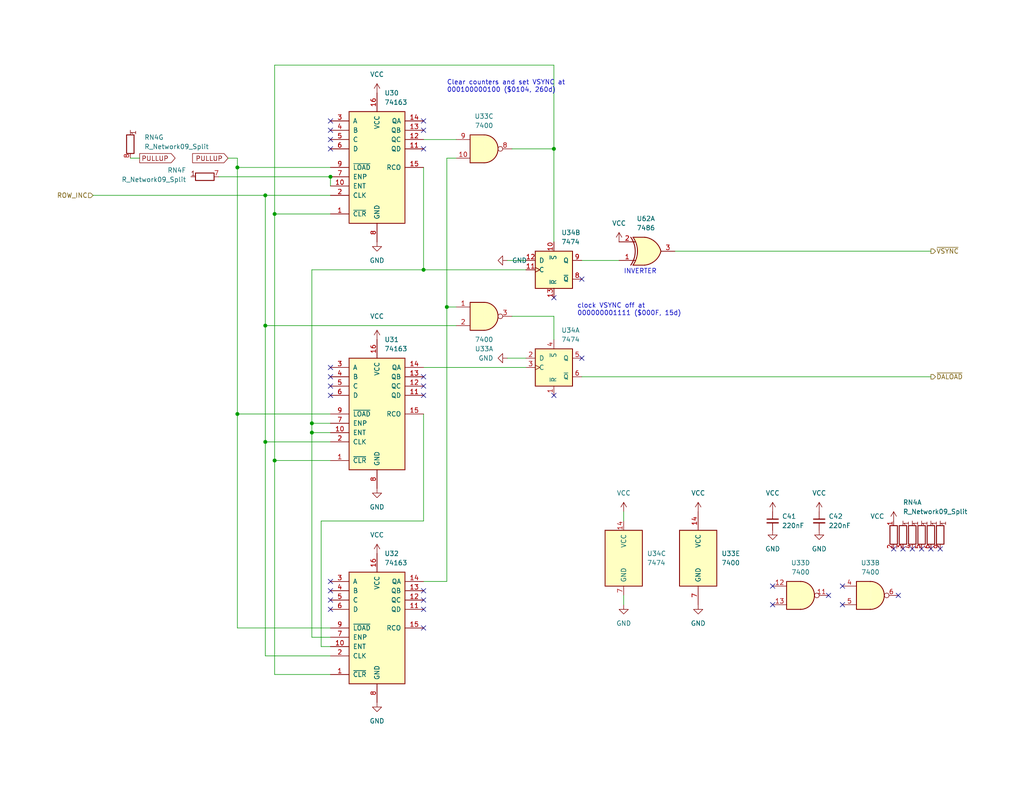
<source format=kicad_sch>
(kicad_sch (version 20230121) (generator eeschema)
  (paper "USLetter")
  (lib_symbols
    (symbol "74xx:74LS00" (pin_names (offset 1.016))
      (property "Reference" "U" (at 0 1.27 0))
      (property "Value" "74LS00" (at 0 -1.27 0))
      (symbol "74LS00_1_1"
        (arc (start 0 -3.81) (mid 3.7934 0) (end 0 3.81) (stroke (width 0.254)) (fill (type background)))
        (polyline (pts (xy 0 3.81) (xy -3.81 3.81) (xy -3.81 -3.81) (xy 0 -3.81)) (stroke (width 0.254)) (fill (type background)))
        (pin input line (at -7.62 2.54 0) (length 3.81) (name "~") (number "1"))
        (pin input line (at -7.62 -2.54 0) (length 3.81) (name "~") (number "2"))
        (pin output inverted (at 7.62 0 180) (length 3.81) (name "~") (number "3"))
      )
      (symbol "74LS00_1_2"
        (arc (start -3.81 -3.81) (mid -2.589 0) (end -3.81 3.81) (stroke (width 0.254)))
        (arc (start -0.6096 -3.81) (mid 2.1855 -2.584) (end 3.81 0) (stroke (width 0.254)) (fill (type background)))
        (polyline (pts (xy -3.81 -3.81) (xy -0.635 -3.81)) (stroke (width 0.254)) (fill (type background)))
        (polyline (pts (xy -3.81 3.81) (xy -0.635 3.81)) (stroke (width 0.254)) (fill (type background)))
        (polyline (pts (xy -0.635 3.81) (xy -3.81 3.81) (xy -3.81 3.81) (xy -3.556 3.4036) (xy -3.0226 2.2606) (xy -2.6924 1.0414) (xy -2.6162 -0.254) (xy -2.7686 -1.4986) (xy -3.175 -2.7178) (xy -3.81 -3.81) (xy -3.81 -3.81) (xy -0.635 -3.81)) (stroke (width -25.4)) (fill (type background)))
        (arc (start 3.81 0) (mid 2.1928 2.5925) (end -0.6096 3.81) (stroke (width 0.254)) (fill (type background)))
        (pin input inverted (at -7.62 2.54 0) (length 4.318) (name "~") (number "1"))
        (pin input inverted (at -7.62 -2.54 0) (length 4.318) (name "~") (number "2"))
        (pin output line (at 7.62 0 180) (length 3.81) (name "~") (number "3"))
      )
      (symbol "74LS00_2_1"
        (arc (start 0 -3.81) (mid 3.7934 0) (end 0 3.81) (stroke (width 0.254)) (fill (type background)))
        (polyline (pts (xy 0 3.81) (xy -3.81 3.81) (xy -3.81 -3.81) (xy 0 -3.81)) (stroke (width 0.254)) (fill (type background)))
        (pin input line (at -7.62 2.54 0) (length 3.81) (name "~") (number "4"))
        (pin input line (at -7.62 -2.54 0) (length 3.81) (name "~") (number "5"))
        (pin output inverted (at 7.62 0 180) (length 3.81) (name "~") (number "6"))
      )
      (symbol "74LS00_2_2"
        (arc (start -3.81 -3.81) (mid -2.589 0) (end -3.81 3.81) (stroke (width 0.254)))
        (arc (start -0.6096 -3.81) (mid 2.1855 -2.584) (end 3.81 0) (stroke (width 0.254)) (fill (type background)))
        (polyline (pts (xy -3.81 -3.81) (xy -0.635 -3.81)) (stroke (width 0.254)) (fill (type background)))
        (polyline (pts (xy -3.81 3.81) (xy -0.635 3.81)) (stroke (width 0.254)) (fill (type background)))
        (polyline (pts (xy -0.635 3.81) (xy -3.81 3.81) (xy -3.81 3.81) (xy -3.556 3.4036) (xy -3.0226 2.2606) (xy -2.6924 1.0414) (xy -2.6162 -0.254) (xy -2.7686 -1.4986) (xy -3.175 -2.7178) (xy -3.81 -3.81) (xy -3.81 -3.81) (xy -0.635 -3.81)) (stroke (width -25.4)) (fill (type background)))
        (arc (start 3.81 0) (mid 2.1928 2.5925) (end -0.6096 3.81) (stroke (width 0.254)) (fill (type background)))
        (pin input inverted (at -7.62 2.54 0) (length 4.318) (name "~") (number "4"))
        (pin input inverted (at -7.62 -2.54 0) (length 4.318) (name "~") (number "5"))
        (pin output line (at 7.62 0 180) (length 3.81) (name "~") (number "6"))
      )
      (symbol "74LS00_3_1"
        (arc (start 0 -3.81) (mid 3.7934 0) (end 0 3.81) (stroke (width 0.254)) (fill (type background)))
        (polyline (pts (xy 0 3.81) (xy -3.81 3.81) (xy -3.81 -3.81) (xy 0 -3.81)) (stroke (width 0.254)) (fill (type background)))
        (pin input line (at -7.62 -2.54 0) (length 3.81) (name "~") (number "10"))
        (pin output inverted (at 7.62 0 180) (length 3.81) (name "~") (number "8"))
        (pin input line (at -7.62 2.54 0) (length 3.81) (name "~") (number "9"))
      )
      (symbol "74LS00_3_2"
        (arc (start -3.81 -3.81) (mid -2.589 0) (end -3.81 3.81) (stroke (width 0.254)))
        (arc (start -0.6096 -3.81) (mid 2.1855 -2.584) (end 3.81 0) (stroke (width 0.254)) (fill (type background)))
        (polyline (pts (xy -3.81 -3.81) (xy -0.635 -3.81)) (stroke (width 0.254)) (fill (type background)))
        (polyline (pts (xy -3.81 3.81) (xy -0.635 3.81)) (stroke (width 0.254)) (fill (type background)))
        (polyline (pts (xy -0.635 3.81) (xy -3.81 3.81) (xy -3.81 3.81) (xy -3.556 3.4036) (xy -3.0226 2.2606) (xy -2.6924 1.0414) (xy -2.6162 -0.254) (xy -2.7686 -1.4986) (xy -3.175 -2.7178) (xy -3.81 -3.81) (xy -3.81 -3.81) (xy -0.635 -3.81)) (stroke (width -25.4)) (fill (type background)))
        (arc (start 3.81 0) (mid 2.1928 2.5925) (end -0.6096 3.81) (stroke (width 0.254)) (fill (type background)))
        (pin input inverted (at -7.62 -2.54 0) (length 4.318) (name "~") (number "10"))
        (pin output line (at 7.62 0 180) (length 3.81) (name "~") (number "8"))
        (pin input inverted (at -7.62 2.54 0) (length 4.318) (name "~") (number "9"))
      )
      (symbol "74LS00_4_1"
        (arc (start 0 -3.81) (mid 3.7934 0) (end 0 3.81) (stroke (width 0.254)) (fill (type background)))
        (polyline (pts (xy 0 3.81) (xy -3.81 3.81) (xy -3.81 -3.81) (xy 0 -3.81)) (stroke (width 0.254)) (fill (type background)))
        (pin output inverted (at 7.62 0 180) (length 3.81) (name "~") (number "11"))
        (pin input line (at -7.62 2.54 0) (length 3.81) (name "~") (number "12"))
        (pin input line (at -7.62 -2.54 0) (length 3.81) (name "~") (number "13"))
      )
      (symbol "74LS00_4_2"
        (arc (start -3.81 -3.81) (mid -2.589 0) (end -3.81 3.81) (stroke (width 0.254)))
        (arc (start -0.6096 -3.81) (mid 2.1855 -2.584) (end 3.81 0) (stroke (width 0.254)) (fill (type background)))
        (polyline (pts (xy -3.81 -3.81) (xy -0.635 -3.81)) (stroke (width 0.254)) (fill (type background)))
        (polyline (pts (xy -3.81 3.81) (xy -0.635 3.81)) (stroke (width 0.254)) (fill (type background)))
        (polyline (pts (xy -0.635 3.81) (xy -3.81 3.81) (xy -3.81 3.81) (xy -3.556 3.4036) (xy -3.0226 2.2606) (xy -2.6924 1.0414) (xy -2.6162 -0.254) (xy -2.7686 -1.4986) (xy -3.175 -2.7178) (xy -3.81 -3.81) (xy -3.81 -3.81) (xy -0.635 -3.81)) (stroke (width -25.4)) (fill (type background)))
        (arc (start 3.81 0) (mid 2.1928 2.5925) (end -0.6096 3.81) (stroke (width 0.254)) (fill (type background)))
        (pin output line (at 7.62 0 180) (length 3.81) (name "~") (number "11"))
        (pin input inverted (at -7.62 2.54 0) (length 4.318) (name "~") (number "12"))
        (pin input inverted (at -7.62 -2.54 0) (length 4.318) (name "~") (number "13"))
      )
      (symbol "74LS00_5_0"
        (pin power_in line (at 0 12.7 270) (length 5.08) (name "VCC") (number "14"))
        (pin power_in line (at 0 -12.7 90) (length 5.08) (name "GND") (number "7"))
      )
      (symbol "74LS00_5_1"
        (rectangle (start -5.08 7.62) (end 5.08 -7.62) (stroke (width 0.254)) (fill (type background)))
      )
    )
    (symbol "74xx:74LS74" (pin_names (offset 1.016))
      (property "Reference" "U" (at -7.62 8.89 0))
      (property "Value" "74LS74" (at -7.62 -8.89 0))
      (symbol "74LS74_1_0"
        (pin input line (at 0 -7.62 90) (length 2.54) (name "~{R}") (number "1"))
        (pin input line (at -7.62 2.54 0) (length 2.54) (name "D") (number "2"))
        (pin input clock (at -7.62 0 0) (length 2.54) (name "C") (number "3"))
        (pin input line (at 0 7.62 270) (length 2.54) (name "~{S}") (number "4"))
        (pin output line (at 7.62 2.54 180) (length 2.54) (name "Q") (number "5"))
        (pin output line (at 7.62 -2.54 180) (length 2.54) (name "~{Q}") (number "6"))
      )
      (symbol "74LS74_1_1"
        (rectangle (start -5.08 5.08) (end 5.08 -5.08) (stroke (width 0.254)) (fill (type background)))
      )
      (symbol "74LS74_2_0"
        (pin input line (at 0 7.62 270) (length 2.54) (name "~{S}") (number "10"))
        (pin input clock (at -7.62 0 0) (length 2.54) (name "C") (number "11"))
        (pin input line (at -7.62 2.54 0) (length 2.54) (name "D") (number "12"))
        (pin input line (at 0 -7.62 90) (length 2.54) (name "~{R}") (number "13"))
        (pin output line (at 7.62 -2.54 180) (length 2.54) (name "~{Q}") (number "8"))
        (pin output line (at 7.62 2.54 180) (length 2.54) (name "Q") (number "9"))
      )
      (symbol "74LS74_2_1"
        (rectangle (start -5.08 5.08) (end 5.08 -5.08) (stroke (width 0.254)) (fill (type background)))
      )
      (symbol "74LS74_3_0"
        (pin power_in line (at 0 10.16 270) (length 2.54) (name "VCC") (number "14"))
        (pin power_in line (at 0 -10.16 90) (length 2.54) (name "GND") (number "7"))
      )
      (symbol "74LS74_3_1"
        (rectangle (start -5.08 7.62) (end 5.08 -7.62) (stroke (width 0.254)) (fill (type background)))
      )
    )
    (symbol "74xx:74LS86" (pin_names (offset 1.016))
      (property "Reference" "U" (at 0 1.27 0))
      (property "Value" "74LS86" (at 0 -1.27 0))
      (symbol "74LS86_1_0"
        (arc (start -4.4196 -3.81) (mid -3.2033 0) (end -4.4196 3.81) (stroke (width 0.254)))
        (arc (start -3.81 -3.81) (mid -2.589 0) (end -3.81 3.81) (stroke (width 0.254)))
        (arc (start -0.6096 -3.81) (mid 2.1855 -2.584) (end 3.81 0) (stroke (width 0.254)) (fill (type background)))
        (polyline (pts (xy -3.81 -3.81) (xy -0.635 -3.81)) (stroke (width 0.254)) (fill (type background)))
        (polyline (pts (xy -3.81 3.81) (xy -0.635 3.81)) (stroke (width 0.254)) (fill (type background)))
        (polyline (pts (xy -0.635 3.81) (xy -3.81 3.81) (xy -3.81 3.81) (xy -3.556 3.4036) (xy -3.0226 2.2606) (xy -2.6924 1.0414) (xy -2.6162 -0.254) (xy -2.7686 -1.4986) (xy -3.175 -2.7178) (xy -3.81 -3.81) (xy -3.81 -3.81) (xy -0.635 -3.81)) (stroke (width -25.4)) (fill (type background)))
        (arc (start 3.81 0) (mid 2.1928 2.5925) (end -0.6096 3.81) (stroke (width 0.254)) (fill (type background)))
        (pin input line (at -7.62 2.54 0) (length 4.445) (name "~") (number "1"))
        (pin input line (at -7.62 -2.54 0) (length 4.445) (name "~") (number "2"))
        (pin output line (at 7.62 0 180) (length 3.81) (name "~") (number "3"))
      )
      (symbol "74LS86_1_1"
        (polyline (pts (xy -3.81 -2.54) (xy -3.175 -2.54)) (stroke (width 0.1524)))
        (polyline (pts (xy -3.81 2.54) (xy -3.175 2.54)) (stroke (width 0.1524)))
      )
      (symbol "74LS86_2_0"
        (arc (start -4.4196 -3.81) (mid -3.2033 0) (end -4.4196 3.81) (stroke (width 0.254)))
        (arc (start -3.81 -3.81) (mid -2.589 0) (end -3.81 3.81) (stroke (width 0.254)))
        (arc (start -0.6096 -3.81) (mid 2.1855 -2.584) (end 3.81 0) (stroke (width 0.254)) (fill (type background)))
        (polyline (pts (xy -3.81 -3.81) (xy -0.635 -3.81)) (stroke (width 0.254)) (fill (type background)))
        (polyline (pts (xy -3.81 3.81) (xy -0.635 3.81)) (stroke (width 0.254)) (fill (type background)))
        (polyline (pts (xy -0.635 3.81) (xy -3.81 3.81) (xy -3.81 3.81) (xy -3.556 3.4036) (xy -3.0226 2.2606) (xy -2.6924 1.0414) (xy -2.6162 -0.254) (xy -2.7686 -1.4986) (xy -3.175 -2.7178) (xy -3.81 -3.81) (xy -3.81 -3.81) (xy -0.635 -3.81)) (stroke (width -25.4)) (fill (type background)))
        (arc (start 3.81 0) (mid 2.1928 2.5925) (end -0.6096 3.81) (stroke (width 0.254)) (fill (type background)))
        (pin input line (at -7.62 2.54 0) (length 4.445) (name "~") (number "4"))
        (pin input line (at -7.62 -2.54 0) (length 4.445) (name "~") (number "5"))
        (pin output line (at 7.62 0 180) (length 3.81) (name "~") (number "6"))
      )
      (symbol "74LS86_2_1"
        (polyline (pts (xy -3.81 -2.54) (xy -3.175 -2.54)) (stroke (width 0.1524)))
        (polyline (pts (xy -3.81 2.54) (xy -3.175 2.54)) (stroke (width 0.1524)))
      )
      (symbol "74LS86_3_0"
        (arc (start -4.4196 -3.81) (mid -3.2033 0) (end -4.4196 3.81) (stroke (width 0.254)))
        (arc (start -3.81 -3.81) (mid -2.589 0) (end -3.81 3.81) (stroke (width 0.254)))
        (arc (start -0.6096 -3.81) (mid 2.1855 -2.584) (end 3.81 0) (stroke (width 0.254)) (fill (type background)))
        (polyline (pts (xy -3.81 -3.81) (xy -0.635 -3.81)) (stroke (width 0.254)) (fill (type background)))
        (polyline (pts (xy -3.81 3.81) (xy -0.635 3.81)) (stroke (width 0.254)) (fill (type background)))
        (polyline (pts (xy -0.635 3.81) (xy -3.81 3.81) (xy -3.81 3.81) (xy -3.556 3.4036) (xy -3.0226 2.2606) (xy -2.6924 1.0414) (xy -2.6162 -0.254) (xy -2.7686 -1.4986) (xy -3.175 -2.7178) (xy -3.81 -3.81) (xy -3.81 -3.81) (xy -0.635 -3.81)) (stroke (width -25.4)) (fill (type background)))
        (arc (start 3.81 0) (mid 2.1928 2.5925) (end -0.6096 3.81) (stroke (width 0.254)) (fill (type background)))
        (pin input line (at -7.62 -2.54 0) (length 4.445) (name "~") (number "10"))
        (pin output line (at 7.62 0 180) (length 3.81) (name "~") (number "8"))
        (pin input line (at -7.62 2.54 0) (length 4.445) (name "~") (number "9"))
      )
      (symbol "74LS86_3_1"
        (polyline (pts (xy -3.81 -2.54) (xy -3.175 -2.54)) (stroke (width 0.1524)))
        (polyline (pts (xy -3.81 2.54) (xy -3.175 2.54)) (stroke (width 0.1524)))
      )
      (symbol "74LS86_4_0"
        (arc (start -4.4196 -3.81) (mid -3.2033 0) (end -4.4196 3.81) (stroke (width 0.254)))
        (arc (start -3.81 -3.81) (mid -2.589 0) (end -3.81 3.81) (stroke (width 0.254)))
        (arc (start -0.6096 -3.81) (mid 2.1855 -2.584) (end 3.81 0) (stroke (width 0.254)) (fill (type background)))
        (polyline (pts (xy -3.81 -3.81) (xy -0.635 -3.81)) (stroke (width 0.254)) (fill (type background)))
        (polyline (pts (xy -3.81 3.81) (xy -0.635 3.81)) (stroke (width 0.254)) (fill (type background)))
        (polyline (pts (xy -0.635 3.81) (xy -3.81 3.81) (xy -3.81 3.81) (xy -3.556 3.4036) (xy -3.0226 2.2606) (xy -2.6924 1.0414) (xy -2.6162 -0.254) (xy -2.7686 -1.4986) (xy -3.175 -2.7178) (xy -3.81 -3.81) (xy -3.81 -3.81) (xy -0.635 -3.81)) (stroke (width -25.4)) (fill (type background)))
        (arc (start 3.81 0) (mid 2.1928 2.5925) (end -0.6096 3.81) (stroke (width 0.254)) (fill (type background)))
        (pin output line (at 7.62 0 180) (length 3.81) (name "~") (number "11"))
        (pin input line (at -7.62 2.54 0) (length 4.445) (name "~") (number "12"))
        (pin input line (at -7.62 -2.54 0) (length 4.445) (name "~") (number "13"))
      )
      (symbol "74LS86_4_1"
        (polyline (pts (xy -3.81 -2.54) (xy -3.175 -2.54)) (stroke (width 0.1524)))
        (polyline (pts (xy -3.81 2.54) (xy -3.175 2.54)) (stroke (width 0.1524)))
      )
      (symbol "74LS86_5_0"
        (pin power_in line (at 0 12.7 270) (length 5.08) (name "VCC") (number "14"))
        (pin power_in line (at 0 -12.7 90) (length 5.08) (name "GND") (number "7"))
      )
      (symbol "74LS86_5_1"
        (rectangle (start -5.08 7.62) (end 5.08 -7.62) (stroke (width 0.254)) (fill (type background)))
      )
    )
    (symbol "Device:C_Small" (pin_numbers hide) (pin_names (offset 0.254) hide)
      (property "Reference" "C" (at 0.254 1.778 0))
      (property "Value" "C_Small" (at 0.254 -2.032 0))
      (symbol "C_Small_0_1"
        (polyline (pts (xy -1.524 -0.508) (xy 1.524 -0.508)) (stroke (width 0.3302)))
        (polyline (pts (xy -1.524 0.508) (xy 1.524 0.508)) (stroke (width 0.3048)))
      )
      (symbol "C_Small_1_1"
        (pin passive line (at 0 2.54 270) (length 2.032) (name "~") (number "1"))
        (pin passive line (at 0 -2.54 90) (length 2.032) (name "~") (number "2"))
      )
    )
    (symbol "Device:R_Network09_Split" (pin_names (offset 0) hide)
      (property "Reference" "RN" (at 2.032 0 90))
      (property "Value" "R_Network09_Split" (at 0 0 90))
      (symbol "R_Network09_Split_0_1"
        (rectangle (start 1.016 2.54) (end -1.016 -2.54) (stroke (width 0.254)))
      )
      (symbol "R_Network09_Split_1_1"
        (pin passive line (at 0 3.81 270) (length 1.27) (name "R1.1") (number "1"))
        (pin passive line (at 0 -3.81 90) (length 1.27) (name "R1.2") (number "2"))
      )
      (symbol "R_Network09_Split_2_1"
        (polyline (pts (xy 0 2.54) (xy 0 3.81)))
        (text "1" (at 0.889 3.175 900) (effects (font (size 1.27 1.27))))
        (pin passive line (at 0 -3.81 90) (length 1.27) (name "R2.2") (number "3"))
      )
      (symbol "R_Network09_Split_3_1"
        (polyline (pts (xy 0 2.54) (xy 0 3.81)))
        (text "1" (at 0.889 3.175 900) (effects (font (size 1.27 1.27))))
        (pin passive line (at 0 -3.81 90) (length 1.27) (name "R3.2") (number "4"))
      )
      (symbol "R_Network09_Split_4_1"
        (polyline (pts (xy 0 2.54) (xy 0 3.81)))
        (text "1" (at 0.889 3.175 900) (effects (font (size 1.27 1.27))))
        (pin passive line (at 0 -3.81 90) (length 1.27) (name "R4.2") (number "5"))
      )
      (symbol "R_Network09_Split_5_1"
        (polyline (pts (xy 0 2.54) (xy 0 3.81)))
        (text "1" (at 0.889 3.175 900) (effects (font (size 1.27 1.27))))
        (pin passive line (at 0 -3.81 90) (length 1.27) (name "R5.2") (number "6"))
      )
      (symbol "R_Network09_Split_6_1"
        (polyline (pts (xy 0 2.54) (xy 0 3.81)))
        (text "1" (at 0.889 3.175 900) (effects (font (size 1.27 1.27))))
        (pin passive line (at 0 -3.81 90) (length 1.27) (name "R6.2") (number "7"))
      )
      (symbol "R_Network09_Split_7_1"
        (polyline (pts (xy 0 2.54) (xy 0 3.81)))
        (text "1" (at 0.889 3.175 900) (effects (font (size 1.27 1.27))))
        (pin passive line (at 0 -3.81 90) (length 1.27) (name "R7.2") (number "8"))
      )
      (symbol "R_Network09_Split_8_1"
        (polyline (pts (xy 0 2.54) (xy 0 3.81)))
        (text "1" (at 0.889 3.175 900) (effects (font (size 1.27 1.27))))
        (pin passive line (at 0 -3.81 90) (length 1.27) (name "R8.2") (number "9"))
      )
      (symbol "R_Network09_Split_9_1"
        (polyline (pts (xy 0 2.54) (xy 0 3.81)))
        (text "1" (at 0.889 3.175 900) (effects (font (size 1.27 1.27))))
        (pin passive line (at 0 -3.81 90) (length 1.27) (name "R9.2") (number "10"))
      )
    )
    (symbol "ambassador:74163" (pin_names (offset 1.016))
      (property "Reference" "U" (at -7.62 16.51 0))
      (property "Value" "74163" (at -7.62 -16.51 0))
      (symbol "74163_1_0"
        (pin input line (at -12.7 -12.7 0) (length 5.08) (name "~{CLR}") (number "1"))
        (pin input line (at -12.7 -5.08 0) (length 5.08) (name "ENT") (number "10"))
        (pin output line (at 12.7 5.08 180) (length 5.08) (name "QD") (number "11"))
        (pin output line (at 12.7 7.62 180) (length 5.08) (name "QC") (number "12"))
        (pin output line (at 12.7 10.16 180) (length 5.08) (name "QB") (number "13"))
        (pin output line (at 12.7 12.7 180) (length 5.08) (name "QA") (number "14"))
        (pin output line (at 12.7 0 180) (length 5.08) (name "RCO") (number "15"))
        (pin power_in line (at 0 20.32 270) (length 5.08) (name "VCC") (number "16"))
        (pin input line (at -12.7 -7.62 0) (length 5.08) (name "CLK") (number "2"))
        (pin input line (at -12.7 12.7 0) (length 5.08) (name "A") (number "3"))
        (pin input line (at -12.7 10.16 0) (length 5.08) (name "B") (number "4"))
        (pin input line (at -12.7 7.62 0) (length 5.08) (name "C") (number "5"))
        (pin input line (at -12.7 5.08 0) (length 5.08) (name "D") (number "6"))
        (pin input line (at -12.7 -2.54 0) (length 5.08) (name "ENP") (number "7"))
        (pin power_in line (at 0 -20.32 90) (length 5.08) (name "GND") (number "8"))
        (pin input line (at -12.7 0 0) (length 5.08) (name "~{LOAD}") (number "9"))
      )
      (symbol "74163_1_1"
        (rectangle (start -7.62 15.24) (end 7.62 -15.24) (stroke (width 0.254)) (fill (type background)))
      )
    )
    (symbol "power:GND" (power) (pin_names (offset 0))
      (property "Value" "GND" (at 0 -3.81 0))
      (symbol "GND_0_1"
        (polyline (pts (xy 0 0) (xy 0 -1.27) (xy 1.27 -1.27) (xy 0 -2.54) (xy -1.27 -1.27) (xy 0 -1.27)))
      )
      (symbol "GND_1_1"
        (pin power_in line (at 0 0 270) (length 0) hide (name "GND") (number "1"))
      )
    )
    (symbol "power:VCC" (power) (pin_names (offset 0))
      (property "Value" "VCC" (at 0 3.81 0))
      (symbol "VCC_0_1"
        (polyline (pts (xy -0.762 1.27) (xy 0 2.54)))
        (polyline (pts (xy 0 0) (xy 0 2.54)))
        (polyline (pts (xy 0 2.54) (xy 0.762 1.27)))
      )
      (symbol "VCC_1_1"
        (pin power_in line (at 0 0 90) (length 0) hide (name "VCC") (number "1"))
      )
    )
  )
  (junction (at 121.92 83.82))
  (junction (at 151.13 40.64))
  (junction (at 64.77 45.72))
  (junction (at 85.09 118.11))
  (junction (at 90.17 48.26))
  (junction (at 74.93 58.42))
  (junction (at 72.39 120.65))
  (junction (at 115.57 73.66))
  (junction (at 64.77 113.03))
  (junction (at 72.39 53.34))
  (junction (at 85.09 115.57))
  (junction (at 72.39 88.9))
  (junction (at 74.93 125.73))
  (no_connect (at 115.57 33.02))
  (no_connect (at 115.57 35.56))
  (no_connect (at 115.57 40.64))
  (no_connect (at 210.82 160.02))
  (no_connect (at 210.82 165.1))
  (no_connect (at 151.13 81.28))
  (no_connect (at 158.75 76.2))
  (no_connect (at 151.13 107.95))
  (no_connect (at 158.75 97.79))
  (no_connect (at 226.06 162.56))
  (no_connect (at 245.11 162.56))
  (no_connect (at 229.87 160.02))
  (no_connect (at 229.87 165.1))
  (no_connect (at 90.17 158.75))
  (no_connect (at 90.17 163.83))
  (no_connect (at 90.17 166.37))
  (no_connect (at 90.17 161.29))
  (no_connect (at 115.57 161.29))
  (no_connect (at 115.57 163.83))
  (no_connect (at 115.57 171.45))
  (no_connect (at 115.57 166.37))
  (no_connect (at 115.57 102.87))
  (no_connect (at 90.17 35.56))
  (no_connect (at 90.17 38.1))
  (no_connect (at 90.17 33.02))
  (no_connect (at 90.17 40.64))
  (no_connect (at 90.17 102.87))
  (no_connect (at 90.17 100.33))
  (no_connect (at 90.17 105.41))
  (no_connect (at 90.17 107.95))
  (no_connect (at 115.57 107.95))
  (no_connect (at 243.84 149.86))
  (no_connect (at 246.38 149.86))
  (no_connect (at 254 149.86))
  (no_connect (at 251.46 149.86))
  (no_connect (at 115.57 105.41))
  (no_connect (at 256.54 149.86))
  (no_connect (at 248.92 149.86))
  (wire (pts (xy 74.93 58.42) (xy 74.93 125.73)))
  (wire (pts (xy 121.92 43.18) (xy 121.92 83.82)))
  (wire (pts (xy 158.75 71.12) (xy 168.91 71.12)))
  (wire (pts (xy 74.93 125.73) (xy 90.17 125.73)))
  (wire (pts (xy 85.09 118.11) (xy 85.09 173.99)))
  (wire (pts (xy 38.1 43.18) (xy 35.56 43.18)))
  (wire (pts (xy 124.46 43.18) (xy 121.92 43.18)))
  (wire (pts (xy 151.13 40.64) (xy 151.13 17.78)))
  (wire (pts (xy 143.51 100.33) (xy 115.57 100.33)))
  (wire (pts (xy 85.09 115.57) (xy 90.17 115.57)))
  (wire (pts (xy 64.77 45.72) (xy 64.77 113.03)))
  (wire (pts (xy 90.17 58.42) (xy 74.93 58.42)))
  (wire (pts (xy 115.57 158.75) (xy 121.92 158.75)))
  (wire (pts (xy 139.7 40.64) (xy 151.13 40.64)))
  (wire (pts (xy 62.23 43.18) (xy 64.77 43.18)))
  (wire (pts (xy 25.4 53.34) (xy 72.39 53.34)))
  (wire (pts (xy 72.39 179.07) (xy 90.17 179.07)))
  (wire (pts (xy 170.18 165.1) (xy 170.18 162.56)))
  (wire (pts (xy 115.57 73.66) (xy 85.09 73.66)))
  (wire (pts (xy 74.93 184.15) (xy 90.17 184.15)))
  (wire (pts (xy 151.13 40.64) (xy 151.13 66.04)))
  (wire (pts (xy 151.13 17.78) (xy 74.93 17.78)))
  (wire (pts (xy 72.39 88.9) (xy 72.39 120.65)))
  (wire (pts (xy 151.13 86.36) (xy 151.13 92.71)))
  (wire (pts (xy 115.57 45.72) (xy 115.57 73.66)))
  (wire (pts (xy 64.77 45.72) (xy 90.17 45.72)))
  (wire (pts (xy 254 68.58) (xy 184.15 68.58)))
  (wire (pts (xy 59.69 48.26) (xy 90.17 48.26)))
  (wire (pts (xy 72.39 53.34) (xy 72.39 88.9)))
  (wire (pts (xy 64.77 113.03) (xy 90.17 113.03)))
  (wire (pts (xy 90.17 173.99) (xy 85.09 173.99)))
  (wire (pts (xy 151.13 86.36) (xy 139.7 86.36)))
  (wire (pts (xy 124.46 83.82) (xy 121.92 83.82)))
  (wire (pts (xy 170.18 139.7) (xy 170.18 142.24)))
  (wire (pts (xy 90.17 171.45) (xy 64.77 171.45)))
  (wire (pts (xy 87.63 176.53) (xy 90.17 176.53)))
  (wire (pts (xy 121.92 83.82) (xy 121.92 158.75)))
  (wire (pts (xy 90.17 48.26) (xy 90.17 50.8)))
  (wire (pts (xy 74.93 17.78) (xy 74.93 58.42)))
  (wire (pts (xy 115.57 113.03) (xy 115.57 142.24)))
  (wire (pts (xy 143.51 73.66) (xy 115.57 73.66)))
  (wire (pts (xy 85.09 73.66) (xy 85.09 115.57)))
  (wire (pts (xy 72.39 120.65) (xy 72.39 179.07)))
  (wire (pts (xy 64.77 171.45) (xy 64.77 113.03)))
  (wire (pts (xy 64.77 43.18) (xy 64.77 45.72)))
  (wire (pts (xy 115.57 142.24) (xy 87.63 142.24)))
  (wire (pts (xy 138.43 97.79) (xy 143.51 97.79)))
  (wire (pts (xy 85.09 118.11) (xy 90.17 118.11)))
  (wire (pts (xy 87.63 142.24) (xy 87.63 176.53)))
  (wire (pts (xy 115.57 38.1) (xy 124.46 38.1)))
  (wire (pts (xy 72.39 120.65) (xy 90.17 120.65)))
  (wire (pts (xy 124.46 88.9) (xy 72.39 88.9)))
  (wire (pts (xy 74.93 125.73) (xy 74.93 184.15)))
  (wire (pts (xy 90.17 53.34) (xy 72.39 53.34)))
  (wire (pts (xy 158.75 102.87) (xy 254 102.87)))
  (wire (pts (xy 85.09 115.57) (xy 85.09 118.11)))
  (wire (pts (xy 138.43 71.12) (xy 143.51 71.12)))
  (text "INVERTER" (at 170.18 74.93 0) (effects (font (size 1.27 1.27)) (justify left bottom)))
  (text "Clear counters and set VSYNC at\n000100000100 ($0104, 260d)" (at 121.92 25.4 0) (effects (font (size 1.27 1.27)) (justify left bottom)))
  (text "clock VSYNC off at\n000000001111 ($000F, 15d)" (at 157.48 86.36 0) (effects (font (size 1.27 1.27)) (justify left bottom)))
  (global_label "PULLUP" (shape input) (at 62.23 43.18 180) (property "Intersheetrefs" "${INTERSHEET_REFS}" (effects hide)))
  (global_label "PULLUP" (shape output) (at 38.1 43.18 0) (property "Intersheetrefs" "${INTERSHEET_REFS}" (effects hide)))
  (hierarchical_label "~{VSYNC}" (shape output) (at 254 68.58 0))
  (hierarchical_label "~{DALOAD}" (shape output) (at 254 102.87 0))
  (hierarchical_label "ROW_INC" (shape input) (at 25.4 53.34 180))
  (symbol (lib_id "74xx:74LS00") (at 132.08 40.64 0) (unit 3)
    (property "Reference" "U33" (at 132.08 31.75 0))
    (property "Value" "7400" (at 132.08 34.29 0))
    (property "Footprint" "Package_DIP:DIP-14_W7.62mm" (effects hide))
    (property "Datasheet" "http://www.ti.com/lit/gpn/sn74ls00" (effects hide))
  )
  (symbol (lib_id "power:VCC") (at 102.87 25.4 0) (unit 1)
    (property "Reference" "#PWR0370" (effects hide))
    (property "Value" "VCC" (at 102.87 20.32 0))
  )
  (symbol (lib_id "power:GND") (at 190.5 165.1 0) (unit 1)
    (property "Reference" "#PWR0382" (effects hide))
    (property "Value" "GND" (at 190.5 170.18 0))
  )
  (symbol (lib_id "Device:R_Network09_Split") (at 55.88 48.26 90) (unit 6)
    (property "Reference" "RN4" (at 50.8 46.4866 90) (effects (justify left)))
    (property "Value" "R_Network09_Split" (at 50.8 49.0266 90) (effects (justify left)))
    (property "Footprint" "Resistor_THT:R_Array_SIP10" (effects hide))
    (property "Datasheet" "http://www.vishay.com/docs/31509/csc.pdf" (effects hide))
  )
  (symbol (lib_id "74xx:74LS86") (at 176.53 68.58 0) (mirror x) (unit 1)
    (property "Reference" "U62" (at 176.2252 59.69 0))
    (property "Value" "7486" (at 176.2252 62.23 0))
    (property "Footprint" "Package_DIP:DIP-14_W7.62mm" (effects hide))
    (property "Datasheet" "https://www.ti.com/lit/ds/symlink/sn74ls86a.pdf" (effects hide))
  )
  (symbol (lib_id "ambassador:74163") (at 102.87 113.03 0) (unit 1)
    (property "Reference" "U31" (at 104.8894 92.71 0) (effects (justify left)))
    (property "Value" "74163" (at 104.8894 95.25 0) (effects (justify left)))
    (property "Footprint" "Package_DIP:DIP-16_W7.62mm" (effects hide))
    (property "Datasheet" "https://www.ti.com/lit/ds/symlink/sn74s163.pdf" (effects hide))
  )
  (symbol (lib_id "74xx:74LS00") (at 132.08 86.36 0) (unit 1)
    (property "Reference" "U33" (at 132.08 95.25 0))
    (property "Value" "7400" (at 132.08 92.71 0))
    (property "Footprint" "Package_DIP:DIP-14_W7.62mm" (effects hide))
    (property "Datasheet" "http://www.ti.com/lit/gpn/sn74ls00" (effects hide))
  )
  (symbol (lib_id "power:VCC") (at 223.52 139.7 0) (unit 1)
    (property "Reference" "#PWR0377" (effects hide))
    (property "Value" "VCC" (at 223.52 134.62 0))
  )
  (symbol (lib_id "power:VCC") (at 170.18 139.7 0) (unit 1)
    (property "Reference" "#PWR0381" (effects hide))
    (property "Value" "VCC" (at 170.18 134.62 0))
  )
  (symbol (lib_id "Device:R_Network09_Split") (at 243.84 146.05 0) (unit 1)
    (property "Reference" "RN4" (at 246.38 137.16 0) (effects (justify left)))
    (property "Value" "R_Network09_Split" (at 246.38 139.7 0) (effects (justify left)))
    (property "Footprint" "Resistor_THT:R_Array_SIP10" (effects hide))
    (property "Datasheet" "http://www.vishay.com/docs/31509/csc.pdf" (effects hide))
  )
  (symbol (lib_id "power:GND") (at 210.82 144.78 0) (unit 1)
    (property "Reference" "#PWR0376" (effects hide))
    (property "Value" "GND" (at 210.82 149.86 0))
  )
  (symbol (lib_id "Device:R_Network09_Split") (at 256.54 146.05 0) (unit 8)
    (property "Reference" "RN4" (effects hide))
    (property "Value" "R_Network09_Split" (effects hide))
    (property "Footprint" "Resistor_THT:R_Array_SIP10" (effects hide))
    (property "Datasheet" "http://www.vishay.com/docs/31509/csc.pdf" (effects hide))
  )
  (symbol (lib_id "power:GND") (at 138.43 71.12 270) (unit 1)
    (property "Reference" "#PWR0383" (effects hide))
    (property "Value" "GND" (at 139.7 71.1199 90) (effects (justify left)))
  )
  (symbol (lib_id "ambassador:74163") (at 102.87 171.45 0) (unit 1)
    (property "Reference" "U32" (at 104.8894 151.13 0) (effects (justify left)))
    (property "Value" "74163" (at 104.8894 153.67 0) (effects (justify left)))
    (property "Footprint" "Package_DIP:DIP-16_W7.62mm" (effects hide))
    (property "Datasheet" "https://www.ti.com/lit/ds/symlink/sn74s163.pdf" (effects hide))
  )
  (symbol (lib_id "Device:R_Network09_Split") (at 254 146.05 0) (unit 5)
    (property "Reference" "RN4" (effects hide))
    (property "Value" "R_Network09_Split" (effects hide))
    (property "Footprint" "Resistor_THT:R_Array_SIP10" (effects hide))
    (property "Datasheet" "http://www.vishay.com/docs/31509/csc.pdf" (effects hide))
  )
  (symbol (lib_id "ambassador:74163") (at 102.87 45.72 0) (unit 1)
    (property "Reference" "U30" (at 104.8894 25.4 0) (effects (justify left)))
    (property "Value" "74163" (at 104.8894 27.94 0) (effects (justify left)))
    (property "Footprint" "Package_DIP:DIP-16_W7.62mm" (effects hide))
    (property "Datasheet" "https://www.ti.com/lit/ds/symlink/sn74s163.pdf" (effects hide))
  )
  (symbol (lib_id "power:GND") (at 102.87 66.04 0) (unit 1)
    (property "Reference" "#PWR0369" (effects hide))
    (property "Value" "GND" (at 102.87 71.12 0))
  )
  (symbol (lib_id "power:VCC") (at 243.84 142.24 0) (unit 1)
    (property "Reference" "#PWR014" (effects hide))
    (property "Value" "VCC" (at 241.3 140.9699 0) (effects (justify right)))
  )
  (symbol (lib_id "power:VCC") (at 102.87 151.13 0) (unit 1)
    (property "Reference" "#PWR0371" (effects hide))
    (property "Value" "VCC" (at 102.87 146.05 0))
  )
  (symbol (lib_id "power:VCC") (at 190.5 139.7 0) (unit 1)
    (property "Reference" "#PWR0379" (effects hide))
    (property "Value" "VCC" (at 190.5 134.62 0))
  )
  (symbol (lib_id "Device:R_Network09_Split") (at 251.46 146.05 0) (unit 4)
    (property "Reference" "RN4" (effects hide))
    (property "Value" "R_Network09_Split" (effects hide))
    (property "Footprint" "Resistor_THT:R_Array_SIP10" (effects hide))
    (property "Datasheet" "http://www.vishay.com/docs/31509/csc.pdf" (effects hide))
  )
  (symbol (lib_id "power:VCC") (at 102.87 92.71 0) (unit 1)
    (property "Reference" "#PWR0368" (effects hide))
    (property "Value" "VCC" (at 102.87 86.36 0))
  )
  (symbol (lib_id "74xx:74LS74") (at 151.13 100.33 0) (unit 1)
    (property "Reference" "U34" (at 153.1494 90.17 0) (effects (justify left)))
    (property "Value" "7474" (at 153.1494 92.71 0) (effects (justify left)))
    (property "Footprint" "Package_DIP:DIP-14_W7.62mm" (effects hide))
    (property "Datasheet" "https://www.ti.com/lit/ds/symlink/sn74ls74a.pdf" (effects hide))
  )
  (symbol (lib_id "74xx:74LS74") (at 151.13 73.66 0) (unit 2)
    (property "Reference" "U34" (at 153.1494 63.5 0) (effects (justify left)))
    (property "Value" "7474" (at 153.1494 66.04 0) (effects (justify left)))
    (property "Footprint" "Package_DIP:DIP-14_W7.62mm" (effects hide))
    (property "Datasheet" "https://www.ti.com/lit/ds/symlink/sn74ls74a.pdf" (effects hide))
  )
  (symbol (lib_id "74xx:74LS00") (at 218.44 162.56 0) (unit 4)
    (property "Reference" "U33" (at 218.44 153.67 0))
    (property "Value" "7400" (at 218.44 156.21 0))
    (property "Footprint" "Package_DIP:DIP-14_W7.62mm" (effects hide))
    (property "Datasheet" "http://www.ti.com/lit/gpn/sn74ls00" (effects hide))
  )
  (symbol (lib_id "power:GND") (at 138.43 97.79 270) (unit 1)
    (property "Reference" "#PWR0384" (effects hide))
    (property "Value" "GND" (at 134.62 97.7899 90) (effects (justify right)))
  )
  (symbol (lib_id "power:GND") (at 170.18 165.1 0) (unit 1)
    (property "Reference" "#PWR0380" (effects hide))
    (property "Value" "GND" (at 170.18 170.18 0))
  )
  (symbol (lib_id "74xx:74LS00") (at 237.49 162.56 0) (unit 2)
    (property "Reference" "U33" (at 237.49 153.67 0))
    (property "Value" "7400" (at 237.49 156.21 0))
    (property "Footprint" "Package_DIP:DIP-14_W7.62mm" (effects hide))
    (property "Datasheet" "http://www.ti.com/lit/gpn/sn74ls00" (effects hide))
  )
  (symbol (lib_id "power:VCC") (at 168.91 66.04 0) (mirror y) (unit 1)
    (property "Reference" "#PWR0162" (effects hide))
    (property "Value" "VCC" (at 168.91 60.96 0))
  )
  (symbol (lib_id "Device:R_Network09_Split") (at 35.56 39.37 0) (unit 7)
    (property "Reference" "RN4" (at 39.37 37.5038 0) (effects (justify left)))
    (property "Value" "R_Network09_Split" (at 39.37 40.0438 0) (effects (justify left)))
    (property "Footprint" "Resistor_THT:R_Array_SIP10" (effects hide))
    (property "Datasheet" "http://www.vishay.com/docs/31509/csc.pdf" (effects hide))
  )
  (symbol (lib_id "Device:C_Small") (at 210.82 142.24 0) (unit 1)
    (property "Reference" "C41" (at 213.36 140.9762 0) (effects (justify left)))
    (property "Value" "220nF" (at 213.36 143.5162 0) (effects (justify left)))
    (property "Footprint" "ambassador:C_Disc_D4.3mm_W1.9mm_P6.35mm" (effects hide))
  )
  (symbol (lib_id "74xx:74LS74") (at 170.18 152.4 0) (unit 3)
    (property "Reference" "U34" (at 176.53 151.1299 0) (effects (justify left)))
    (property "Value" "7474" (at 176.53 153.6699 0) (effects (justify left)))
    (property "Footprint" "Package_DIP:DIP-14_W7.62mm" (effects hide))
    (property "Datasheet" "https://www.ti.com/lit/ds/symlink/sn74ls74a.pdf" (effects hide))
  )
  (symbol (lib_id "power:GND") (at 223.52 144.78 0) (unit 1)
    (property "Reference" "#PWR0375" (effects hide))
    (property "Value" "GND" (at 223.52 149.86 0))
  )
  (symbol (lib_id "Device:C_Small") (at 223.52 142.24 0) (unit 1)
    (property "Reference" "C42" (at 226.06 140.9762 0) (effects (justify left)))
    (property "Value" "220nF" (at 226.06 143.5162 0) (effects (justify left)))
    (property "Footprint" "ambassador:C_Disc_D4.3mm_W1.9mm_P6.35mm" (effects hide))
  )
  (symbol (lib_id "Device:R_Network09_Split") (at 246.38 146.05 0) (unit 2)
    (property "Reference" "RN4" (effects hide))
    (property "Value" "R_Network09_Split" (effects hide))
    (property "Footprint" "Resistor_THT:R_Array_SIP10" (effects hide))
    (property "Datasheet" "http://www.vishay.com/docs/31509/csc.pdf" (effects hide))
  )
  (symbol (lib_id "power:VCC") (at 210.82 139.7 0) (unit 1)
    (property "Reference" "#PWR0374" (effects hide))
    (property "Value" "VCC" (at 210.82 134.62 0))
  )
  (symbol (lib_id "74xx:74LS00") (at 190.5 152.4 0) (unit 5)
    (property "Reference" "U33" (at 196.85 151.1299 0) (effects (justify left)))
    (property "Value" "7400" (at 196.85 153.6699 0) (effects (justify left)))
    (property "Footprint" "Package_DIP:DIP-14_W7.62mm" (effects hide))
    (property "Datasheet" "http://www.ti.com/lit/gpn/sn74ls00" (effects hide))
  )
  (symbol (lib_id "power:GND") (at 102.87 191.77 0) (unit 1)
    (property "Reference" "#PWR0373" (effects hide))
    (property "Value" "GND" (at 102.87 196.85 0))
  )
  (symbol (lib_id "power:GND") (at 102.87 133.35 0) (unit 1)
    (property "Reference" "#PWR0372" (effects hide))
    (property "Value" "GND" (at 102.87 138.43 0))
  )
  (symbol (lib_id "Device:R_Network09_Split") (at 248.92 146.05 0) (unit 3)
    (property "Reference" "RN4" (effects hide))
    (property "Value" "R_Network09_Split" (effects hide))
    (property "Footprint" "Resistor_THT:R_Array_SIP10" (effects hide))
    (property "Datasheet" "http://www.vishay.com/docs/31509/csc.pdf" (effects hide))
  )
)
</source>
